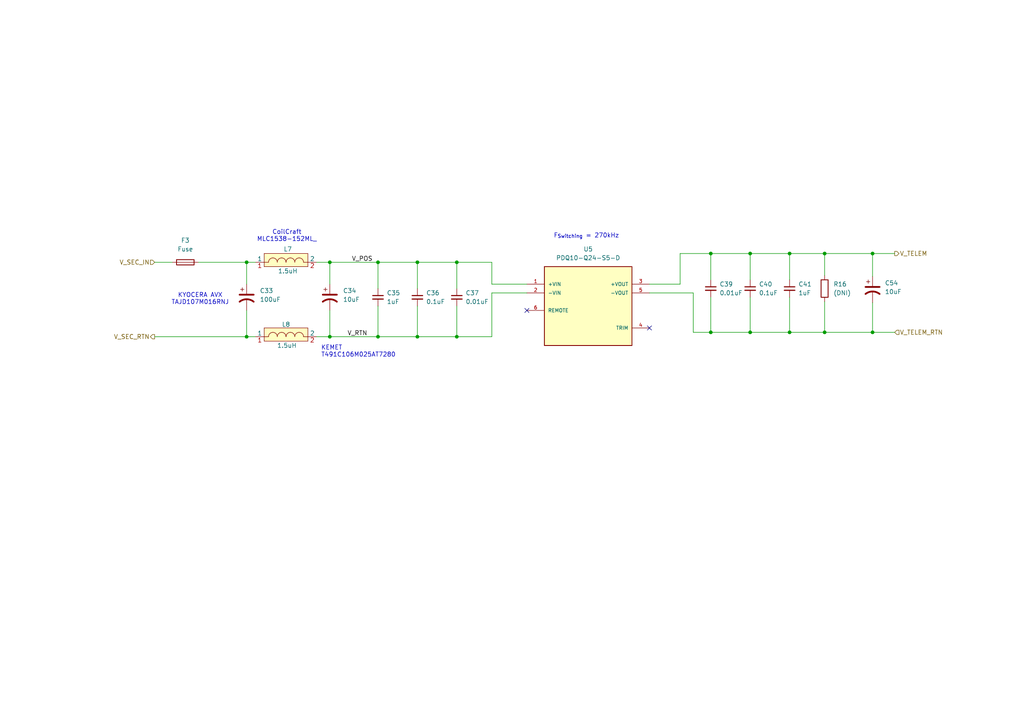
<source format=kicad_sch>
(kicad_sch
	(version 20231120)
	(generator "eeschema")
	(generator_version "8.0")
	(uuid "d485be63-d454-409f-b466-771c1b06c601")
	(paper "A4")
	(lib_symbols
		(symbol "CUI:PDQ10-Q24-S3-D"
			(pin_names
				(offset 1.016)
			)
			(exclude_from_sim no)
			(in_bom yes)
			(on_board yes)
			(property "Reference" "U"
				(at -12.725 10.1799 0)
				(effects
					(font
						(size 1.27 1.27)
					)
					(justify left bottom)
				)
			)
			(property "Value" "PDQ10-Q24-S3-D"
				(at -12.7248 -15.2698 0)
				(effects
					(font
						(size 1.27 1.27)
					)
					(justify left bottom)
				)
			)
			(property "Footprint" "PDQ10-Q24-S3-D:CONV_PDQ10-Q24-S3-D"
				(at 0 0 0)
				(effects
					(font
						(size 1.27 1.27)
					)
					(justify bottom)
					(hide yes)
				)
			)
			(property "Datasheet" ""
				(at 0 0 0)
				(effects
					(font
						(size 1.27 1.27)
					)
					(hide yes)
				)
			)
			(property "Description" ""
				(at 0 0 0)
				(effects
					(font
						(size 1.27 1.27)
					)
					(hide yes)
				)
			)
			(property "MF" "CUI Inc."
				(at 0 0 0)
				(effects
					(font
						(size 1.27 1.27)
					)
					(justify bottom)
					(hide yes)
				)
			)
			(property "Description_1" "10 W, 4:1 Input Range, Single/Dual Regulated Output, 1500 Vdc Isolation, Dc-Dc Converter"
				(at 0 0 0)
				(effects
					(font
						(size 1.27 1.27)
					)
					(justify bottom)
					(hide yes)
				)
			)
			(property "Package" "DIP-6 CUI"
				(at 0 0 0)
				(effects
					(font
						(size 1.27 1.27)
					)
					(justify bottom)
					(hide yes)
				)
			)
			(property "Price" "None"
				(at 0 0 0)
				(effects
					(font
						(size 1.27 1.27)
					)
					(justify bottom)
					(hide yes)
				)
			)
			(property "Check_prices" "https://www.snapeda.com/parts/PDQ10-Q24-S3-D/CUI/view-part/?ref=eda"
				(at 0 0 0)
				(effects
					(font
						(size 1.27 1.27)
					)
					(justify bottom)
					(hide yes)
				)
			)
			(property "STANDARD" "Manufacturer Recommendations"
				(at 0 0 0)
				(effects
					(font
						(size 1.27 1.27)
					)
					(justify bottom)
					(hide yes)
				)
			)
			(property "PARTREV" "1.0"
				(at 0 0 0)
				(effects
					(font
						(size 1.27 1.27)
					)
					(justify bottom)
					(hide yes)
				)
			)
			(property "SnapEDA_Link" "https://www.snapeda.com/parts/PDQ10-Q24-S3-D/CUI/view-part/?ref=snap"
				(at 0 0 0)
				(effects
					(font
						(size 1.27 1.27)
					)
					(justify bottom)
					(hide yes)
				)
			)
			(property "MP" "PDQ10-Q24-S3-D"
				(at 0 0 0)
				(effects
					(font
						(size 1.27 1.27)
					)
					(justify bottom)
					(hide yes)
				)
			)
			(property "CUI_purchase_URL" "https://www.cui.com/product/dc-dc-converters/isolated/pdq10-d-series?utm_source=snapeda.com&utm_medium=referral&utm_campaign=snapedaBOM"
				(at 0 0 0)
				(effects
					(font
						(size 1.27 1.27)
					)
					(justify bottom)
					(hide yes)
				)
			)
			(property "Availability" "In Stock"
				(at 0 0 0)
				(effects
					(font
						(size 1.27 1.27)
					)
					(justify bottom)
					(hide yes)
				)
			)
			(property "MANUFACTURER" "CUI Inc"
				(at 0 0 0)
				(effects
					(font
						(size 1.27 1.27)
					)
					(justify bottom)
					(hide yes)
				)
			)
			(symbol "PDQ10-Q24-S3-D_0_0"
				(rectangle
					(start -12.7 -12.7)
					(end 12.7 10.16)
					(stroke
						(width 0.254)
						(type default)
					)
					(fill
						(type background)
					)
				)
				(pin input line
					(at -17.78 5.08 0)
					(length 5.08)
					(name "+VIN"
						(effects
							(font
								(size 1.016 1.016)
							)
						)
					)
					(number "1"
						(effects
							(font
								(size 1.016 1.016)
							)
						)
					)
				)
				(pin input line
					(at -17.78 2.54 0)
					(length 5.08)
					(name "-VIN"
						(effects
							(font
								(size 1.016 1.016)
							)
						)
					)
					(number "2"
						(effects
							(font
								(size 1.016 1.016)
							)
						)
					)
				)
				(pin output line
					(at 17.78 5.08 180)
					(length 5.08)
					(name "+VOUT"
						(effects
							(font
								(size 1.016 1.016)
							)
						)
					)
					(number "3"
						(effects
							(font
								(size 1.016 1.016)
							)
						)
					)
				)
				(pin passive line
					(at 17.78 -7.62 180)
					(length 5.08)
					(name "TRIM"
						(effects
							(font
								(size 1.016 1.016)
							)
						)
					)
					(number "4"
						(effects
							(font
								(size 1.016 1.016)
							)
						)
					)
				)
				(pin output line
					(at 17.78 2.54 180)
					(length 5.08)
					(name "-VOUT"
						(effects
							(font
								(size 1.016 1.016)
							)
						)
					)
					(number "5"
						(effects
							(font
								(size 1.016 1.016)
							)
						)
					)
				)
				(pin input line
					(at -17.78 -2.54 0)
					(length 5.08)
					(name "REMOTE"
						(effects
							(font
								(size 1.016 1.016)
							)
						)
					)
					(number "6"
						(effects
							(font
								(size 1.016 1.016)
							)
						)
					)
				)
			)
		)
		(symbol "CoilCraft:MLC7542"
			(pin_names
				(offset 0)
			)
			(exclude_from_sim no)
			(in_bom yes)
			(on_board yes)
			(property "Reference" "L"
				(at 5.334 3.81 0)
				(effects
					(font
						(size 1.27 1.27)
					)
				)
			)
			(property "Value" ""
				(at 6.35 3.302 0)
				(effects
					(font
						(size 1.27 1.27)
					)
				)
			)
			(property "Footprint" ""
				(at 6.35 3.302 0)
				(effects
					(font
						(size 1.27 1.27)
					)
					(hide yes)
				)
			)
			(property "Datasheet" ""
				(at 6.35 3.302 0)
				(effects
					(font
						(size 1.27 1.27)
					)
					(hide yes)
				)
			)
			(property "Description" ""
				(at 6.35 3.302 0)
				(effects
					(font
						(size 1.27 1.27)
					)
					(hide yes)
				)
			)
			(symbol "MLC7542_0_1"
				(arc
					(start 2.54 1.27)
					(mid 1.642 0.898)
					(end 1.27 0)
					(stroke
						(width 0)
						(type default)
					)
					(fill
						(type none)
					)
				)
				(arc
					(start 3.81 0)
					(mid 3.438 0.898)
					(end 2.54 1.27)
					(stroke
						(width 0)
						(type default)
					)
					(fill
						(type none)
					)
				)
				(arc
					(start 5.08 1.27)
					(mid 4.182 0.898)
					(end 3.81 0)
					(stroke
						(width 0)
						(type default)
					)
					(fill
						(type none)
					)
				)
				(arc
					(start 6.35 0)
					(mid 5.978 0.898)
					(end 5.08 1.27)
					(stroke
						(width 0)
						(type default)
					)
					(fill
						(type none)
					)
				)
				(arc
					(start 7.62 1.27)
					(mid 6.722 0.898)
					(end 6.35 0)
					(stroke
						(width 0)
						(type default)
					)
					(fill
						(type none)
					)
				)
				(arc
					(start 8.89 0)
					(mid 8.518 0.898)
					(end 7.62 1.27)
					(stroke
						(width 0)
						(type default)
					)
					(fill
						(type none)
					)
				)
				(arc
					(start 10.16 1.27)
					(mid 9.262 0.898)
					(end 8.89 0)
					(stroke
						(width 0)
						(type default)
					)
					(fill
						(type none)
					)
				)
				(arc
					(start 11.43 0)
					(mid 11.058 0.898)
					(end 10.16 1.27)
					(stroke
						(width 0)
						(type default)
					)
					(fill
						(type none)
					)
				)
			)
			(symbol "MLC7542_1_1"
				(polyline
					(pts
						(xy 1.27 0) (xy 0 0)
					)
					(stroke
						(width 0)
						(type default)
					)
					(fill
						(type none)
					)
				)
				(polyline
					(pts
						(xy 11.43 0) (xy 12.7 0)
					)
					(stroke
						(width 0)
						(type default)
					)
					(fill
						(type none)
					)
				)
				(rectangle
					(start 0 2.54)
					(end 12.7 -1.27)
					(stroke
						(width 0)
						(type default)
					)
					(fill
						(type background)
					)
				)
				(pin bidirectional line
					(at -2.54 0 0)
					(length 2.54)
					(name "1"
						(effects
							(font
								(size 1.27 1.27)
							)
						)
					)
					(number "1"
						(effects
							(font
								(size 1.27 1.27)
							)
						)
					)
				)
				(pin bidirectional line
					(at 15.24 0 180)
					(length 2.54)
					(name "2"
						(effects
							(font
								(size 1.27 1.27)
							)
						)
					)
					(number "2"
						(effects
							(font
								(size 1.27 1.27)
							)
						)
					)
				)
			)
		)
		(symbol "Device:C_Polarized_US"
			(pin_numbers hide)
			(pin_names
				(offset 0.254) hide)
			(exclude_from_sim no)
			(in_bom yes)
			(on_board yes)
			(property "Reference" "C"
				(at 0.635 2.54 0)
				(effects
					(font
						(size 1.27 1.27)
					)
					(justify left)
				)
			)
			(property "Value" "C_Polarized_US"
				(at 0.635 -2.54 0)
				(effects
					(font
						(size 1.27 1.27)
					)
					(justify left)
				)
			)
			(property "Footprint" ""
				(at 0 0 0)
				(effects
					(font
						(size 1.27 1.27)
					)
					(hide yes)
				)
			)
			(property "Datasheet" "~"
				(at 0 0 0)
				(effects
					(font
						(size 1.27 1.27)
					)
					(hide yes)
				)
			)
			(property "Description" "Polarized capacitor, US symbol"
				(at 0 0 0)
				(effects
					(font
						(size 1.27 1.27)
					)
					(hide yes)
				)
			)
			(property "ki_keywords" "cap capacitor"
				(at 0 0 0)
				(effects
					(font
						(size 1.27 1.27)
					)
					(hide yes)
				)
			)
			(property "ki_fp_filters" "CP_*"
				(at 0 0 0)
				(effects
					(font
						(size 1.27 1.27)
					)
					(hide yes)
				)
			)
			(symbol "C_Polarized_US_0_1"
				(polyline
					(pts
						(xy -2.032 0.762) (xy 2.032 0.762)
					)
					(stroke
						(width 0.508)
						(type default)
					)
					(fill
						(type none)
					)
				)
				(polyline
					(pts
						(xy -1.778 2.286) (xy -0.762 2.286)
					)
					(stroke
						(width 0)
						(type default)
					)
					(fill
						(type none)
					)
				)
				(polyline
					(pts
						(xy -1.27 1.778) (xy -1.27 2.794)
					)
					(stroke
						(width 0)
						(type default)
					)
					(fill
						(type none)
					)
				)
				(arc
					(start 2.032 -1.27)
					(mid 0 -0.5572)
					(end -2.032 -1.27)
					(stroke
						(width 0.508)
						(type default)
					)
					(fill
						(type none)
					)
				)
			)
			(symbol "C_Polarized_US_1_1"
				(pin passive line
					(at 0 3.81 270)
					(length 2.794)
					(name "~"
						(effects
							(font
								(size 1.27 1.27)
							)
						)
					)
					(number "1"
						(effects
							(font
								(size 1.27 1.27)
							)
						)
					)
				)
				(pin passive line
					(at 0 -3.81 90)
					(length 3.302)
					(name "~"
						(effects
							(font
								(size 1.27 1.27)
							)
						)
					)
					(number "2"
						(effects
							(font
								(size 1.27 1.27)
							)
						)
					)
				)
			)
		)
		(symbol "Device:C_Small"
			(pin_numbers hide)
			(pin_names
				(offset 0.254) hide)
			(exclude_from_sim no)
			(in_bom yes)
			(on_board yes)
			(property "Reference" "C"
				(at 0.254 1.778 0)
				(effects
					(font
						(size 1.27 1.27)
					)
					(justify left)
				)
			)
			(property "Value" "C_Small"
				(at 0.254 -2.032 0)
				(effects
					(font
						(size 1.27 1.27)
					)
					(justify left)
				)
			)
			(property "Footprint" ""
				(at 0 0 0)
				(effects
					(font
						(size 1.27 1.27)
					)
					(hide yes)
				)
			)
			(property "Datasheet" "~"
				(at 0 0 0)
				(effects
					(font
						(size 1.27 1.27)
					)
					(hide yes)
				)
			)
			(property "Description" "Unpolarized capacitor, small symbol"
				(at 0 0 0)
				(effects
					(font
						(size 1.27 1.27)
					)
					(hide yes)
				)
			)
			(property "ki_keywords" "capacitor cap"
				(at 0 0 0)
				(effects
					(font
						(size 1.27 1.27)
					)
					(hide yes)
				)
			)
			(property "ki_fp_filters" "C_*"
				(at 0 0 0)
				(effects
					(font
						(size 1.27 1.27)
					)
					(hide yes)
				)
			)
			(symbol "C_Small_0_1"
				(polyline
					(pts
						(xy -1.524 -0.508) (xy 1.524 -0.508)
					)
					(stroke
						(width 0.3302)
						(type default)
					)
					(fill
						(type none)
					)
				)
				(polyline
					(pts
						(xy -1.524 0.508) (xy 1.524 0.508)
					)
					(stroke
						(width 0.3048)
						(type default)
					)
					(fill
						(type none)
					)
				)
			)
			(symbol "C_Small_1_1"
				(pin passive line
					(at 0 2.54 270)
					(length 2.032)
					(name "~"
						(effects
							(font
								(size 1.27 1.27)
							)
						)
					)
					(number "1"
						(effects
							(font
								(size 1.27 1.27)
							)
						)
					)
				)
				(pin passive line
					(at 0 -2.54 90)
					(length 2.032)
					(name "~"
						(effects
							(font
								(size 1.27 1.27)
							)
						)
					)
					(number "2"
						(effects
							(font
								(size 1.27 1.27)
							)
						)
					)
				)
			)
		)
		(symbol "Device:Fuse"
			(pin_numbers hide)
			(pin_names
				(offset 0)
			)
			(exclude_from_sim no)
			(in_bom yes)
			(on_board yes)
			(property "Reference" "F"
				(at 2.032 0 90)
				(effects
					(font
						(size 1.27 1.27)
					)
				)
			)
			(property "Value" "Fuse"
				(at -1.905 0 90)
				(effects
					(font
						(size 1.27 1.27)
					)
				)
			)
			(property "Footprint" ""
				(at -1.778 0 90)
				(effects
					(font
						(size 1.27 1.27)
					)
					(hide yes)
				)
			)
			(property "Datasheet" "~"
				(at 0 0 0)
				(effects
					(font
						(size 1.27 1.27)
					)
					(hide yes)
				)
			)
			(property "Description" "Fuse"
				(at 0 0 0)
				(effects
					(font
						(size 1.27 1.27)
					)
					(hide yes)
				)
			)
			(property "ki_keywords" "fuse"
				(at 0 0 0)
				(effects
					(font
						(size 1.27 1.27)
					)
					(hide yes)
				)
			)
			(property "ki_fp_filters" "*Fuse*"
				(at 0 0 0)
				(effects
					(font
						(size 1.27 1.27)
					)
					(hide yes)
				)
			)
			(symbol "Fuse_0_1"
				(rectangle
					(start -0.762 -2.54)
					(end 0.762 2.54)
					(stroke
						(width 0.254)
						(type default)
					)
					(fill
						(type none)
					)
				)
				(polyline
					(pts
						(xy 0 2.54) (xy 0 -2.54)
					)
					(stroke
						(width 0)
						(type default)
					)
					(fill
						(type none)
					)
				)
			)
			(symbol "Fuse_1_1"
				(pin passive line
					(at 0 3.81 270)
					(length 1.27)
					(name "~"
						(effects
							(font
								(size 1.27 1.27)
							)
						)
					)
					(number "1"
						(effects
							(font
								(size 1.27 1.27)
							)
						)
					)
				)
				(pin passive line
					(at 0 -3.81 90)
					(length 1.27)
					(name "~"
						(effects
							(font
								(size 1.27 1.27)
							)
						)
					)
					(number "2"
						(effects
							(font
								(size 1.27 1.27)
							)
						)
					)
				)
			)
		)
		(symbol "Device:R"
			(pin_numbers hide)
			(pin_names
				(offset 0)
			)
			(exclude_from_sim no)
			(in_bom yes)
			(on_board yes)
			(property "Reference" "R"
				(at 2.032 0 90)
				(effects
					(font
						(size 1.27 1.27)
					)
				)
			)
			(property "Value" "R"
				(at 0 0 90)
				(effects
					(font
						(size 1.27 1.27)
					)
				)
			)
			(property "Footprint" ""
				(at -1.778 0 90)
				(effects
					(font
						(size 1.27 1.27)
					)
					(hide yes)
				)
			)
			(property "Datasheet" "~"
				(at 0 0 0)
				(effects
					(font
						(size 1.27 1.27)
					)
					(hide yes)
				)
			)
			(property "Description" "Resistor"
				(at 0 0 0)
				(effects
					(font
						(size 1.27 1.27)
					)
					(hide yes)
				)
			)
			(property "ki_keywords" "R res resistor"
				(at 0 0 0)
				(effects
					(font
						(size 1.27 1.27)
					)
					(hide yes)
				)
			)
			(property "ki_fp_filters" "R_*"
				(at 0 0 0)
				(effects
					(font
						(size 1.27 1.27)
					)
					(hide yes)
				)
			)
			(symbol "R_0_1"
				(rectangle
					(start -1.016 -2.54)
					(end 1.016 2.54)
					(stroke
						(width 0.254)
						(type default)
					)
					(fill
						(type none)
					)
				)
			)
			(symbol "R_1_1"
				(pin passive line
					(at 0 3.81 270)
					(length 1.27)
					(name "~"
						(effects
							(font
								(size 1.27 1.27)
							)
						)
					)
					(number "1"
						(effects
							(font
								(size 1.27 1.27)
							)
						)
					)
				)
				(pin passive line
					(at 0 -3.81 90)
					(length 1.27)
					(name "~"
						(effects
							(font
								(size 1.27 1.27)
							)
						)
					)
					(number "2"
						(effects
							(font
								(size 1.27 1.27)
							)
						)
					)
				)
			)
		)
	)
	(junction
		(at 95.6613 76.0735)
		(diameter 0)
		(color 0 0 0 0)
		(uuid "15f1c61b-f007-4db0-9663-9035e3d6b2de")
	)
	(junction
		(at 132.4913 76.0735)
		(diameter 0)
		(color 0 0 0 0)
		(uuid "1931911d-19f6-4b10-9fed-6aa565ed693e")
	)
	(junction
		(at 217.5813 73.5335)
		(diameter 0)
		(color 0 0 0 0)
		(uuid "1a99540e-df5f-4c33-ab10-eacdaee6c4c0")
	)
	(junction
		(at 121.0613 76.0735)
		(diameter 0)
		(color 0 0 0 0)
		(uuid "21e41592-ea03-4b2b-bbf0-39f1c9771493")
	)
	(junction
		(at 206.1513 96.3935)
		(diameter 0)
		(color 0 0 0 0)
		(uuid "2cfdffa4-d4bd-43d9-95bd-74ecf1c099fe")
	)
	(junction
		(at 109.6313 76.0735)
		(diameter 0)
		(color 0 0 0 0)
		(uuid "3ea2c020-9046-487c-903f-a9d56cebb47b")
	)
	(junction
		(at 229.0113 73.5335)
		(diameter 0)
		(color 0 0 0 0)
		(uuid "495aab7b-e96e-4a92-8046-d57e59febaca")
	)
	(junction
		(at 132.4913 97.6635)
		(diameter 0)
		(color 0 0 0 0)
		(uuid "6591eb28-be11-468d-8646-da3adf7f385d")
	)
	(junction
		(at 229.0113 96.3935)
		(diameter 0)
		(color 0 0 0 0)
		(uuid "6cfda426-a3c7-4baf-af72-a55895a82f2f")
	)
	(junction
		(at 121.0613 97.6635)
		(diameter 0)
		(color 0 0 0 0)
		(uuid "6efc52a3-8315-4eb4-8664-a00fdcc53592")
	)
	(junction
		(at 253.0764 73.5335)
		(diameter 0)
		(color 0 0 0 0)
		(uuid "77c41c60-6b99-4b3b-88c0-45538294e847")
	)
	(junction
		(at 95.6613 97.6635)
		(diameter 0)
		(color 0 0 0 0)
		(uuid "87dc718a-52ce-4bc2-9913-fc930eeb8667")
	)
	(junction
		(at 217.5813 96.3935)
		(diameter 0)
		(color 0 0 0 0)
		(uuid "a6c50f04-058d-421b-bcdb-ec689f1e6b61")
	)
	(junction
		(at 71.5313 97.6635)
		(diameter 0)
		(color 0 0 0 0)
		(uuid "a912349e-be23-4c9c-a17c-d250914c4c6f")
	)
	(junction
		(at 253.0764 96.3935)
		(diameter 0)
		(color 0 0 0 0)
		(uuid "c4066333-9c90-4789-97d8-842a002e9eac")
	)
	(junction
		(at 239.1713 73.5335)
		(diameter 0)
		(color 0 0 0 0)
		(uuid "ce9f212d-1502-48c9-959c-5aa52e77d544")
	)
	(junction
		(at 109.6313 97.6635)
		(diameter 0)
		(color 0 0 0 0)
		(uuid "dd3ca209-6d22-47bf-85c6-1b9796745546")
	)
	(junction
		(at 239.1713 96.3935)
		(diameter 0)
		(color 0 0 0 0)
		(uuid "e7c725ce-062e-4082-9cf8-ecd60f9d902b")
	)
	(junction
		(at 71.5313 76.0735)
		(diameter 0)
		(color 0 0 0 0)
		(uuid "eb4a3a55-c60f-454e-a3cd-64ab65052192")
	)
	(junction
		(at 206.1513 73.5335)
		(diameter 0)
		(color 0 0 0 0)
		(uuid "eb6af707-f1fa-43df-a6c3-39fb65786db1")
	)
	(no_connect
		(at 152.8113 90.0435)
		(uuid "26285654-0551-4f34-8aaa-13ca082050c5")
	)
	(no_connect
		(at 188.3713 95.1235)
		(uuid "b53c130a-2490-4591-935e-b1abad1a547d")
	)
	(wire
		(pts
			(xy 44.8613 76.0735) (xy 49.9413 76.0735)
		)
		(stroke
			(width 0)
			(type default)
		)
		(uuid "019a16b3-3600-45ea-a89c-e3b79eb6ab23")
	)
	(wire
		(pts
			(xy 239.1713 73.5335) (xy 253.0764 73.5335)
		)
		(stroke
			(width 0)
			(type default)
		)
		(uuid "01b007e2-2992-4228-9649-400261622e38")
	)
	(wire
		(pts
			(xy 239.1713 73.5335) (xy 239.1713 79.8835)
		)
		(stroke
			(width 0)
			(type default)
		)
		(uuid "01cc118f-3e45-4832-9b89-c6ab0ffdd4bf")
	)
	(wire
		(pts
			(xy 201.0713 84.9635) (xy 201.0713 96.3935)
		)
		(stroke
			(width 0)
			(type default)
		)
		(uuid "0bcad77e-6d7a-4811-ab81-4951f1b61b1a")
	)
	(wire
		(pts
			(xy 201.0713 96.3935) (xy 206.1513 96.3935)
		)
		(stroke
			(width 0)
			(type default)
		)
		(uuid "17254fc4-c51b-45e7-a6fd-2f9b951729df")
	)
	(wire
		(pts
			(xy 71.5313 97.6635) (xy 74.0713 97.6635)
		)
		(stroke
			(width 0)
			(type default)
		)
		(uuid "1becafee-a6b2-4f1a-8471-47272cff326a")
	)
	(wire
		(pts
			(xy 217.5813 86.2335) (xy 217.5813 96.3935)
		)
		(stroke
			(width 0)
			(type default)
		)
		(uuid "1c4eba09-1d46-4e98-8fde-537f53a40b1e")
	)
	(wire
		(pts
			(xy 142.6513 97.6635) (xy 132.4913 97.6635)
		)
		(stroke
			(width 0)
			(type default)
		)
		(uuid "246bdc27-a044-4506-8ad4-4b290badd4f0")
	)
	(wire
		(pts
			(xy 71.5313 76.0735) (xy 71.5313 82.4235)
		)
		(stroke
			(width 0)
			(type default)
		)
		(uuid "29628b3b-4e0d-411c-ad72-edfcbd842067")
	)
	(wire
		(pts
			(xy 217.5813 73.5335) (xy 229.0113 73.5335)
		)
		(stroke
			(width 0)
			(type default)
		)
		(uuid "2b48fbf1-81d9-460b-9bc5-f2f901758056")
	)
	(wire
		(pts
			(xy 71.5313 90.0435) (xy 71.5313 97.6635)
		)
		(stroke
			(width 0)
			(type default)
		)
		(uuid "2b6cc7ac-f7a8-4d46-a68a-fdc91338e36e")
	)
	(wire
		(pts
			(xy 121.0613 97.6635) (xy 109.6313 97.6635)
		)
		(stroke
			(width 0)
			(type default)
		)
		(uuid "343e0a62-904d-42d5-bc97-93c8a2c8dc1d")
	)
	(wire
		(pts
			(xy 57.5613 76.0735) (xy 71.5313 76.0735)
		)
		(stroke
			(width 0)
			(type default)
		)
		(uuid "350d598f-b196-458c-b86f-c2bbb6dc1161")
	)
	(wire
		(pts
			(xy 121.0613 88.7735) (xy 121.0613 97.6635)
		)
		(stroke
			(width 0)
			(type default)
		)
		(uuid "36ead532-8aa8-4e1c-b010-93c3c44a9c24")
	)
	(wire
		(pts
			(xy 121.0613 76.0735) (xy 121.0613 83.6935)
		)
		(stroke
			(width 0)
			(type default)
		)
		(uuid "379e8d39-34f7-4124-a379-960a29bfe494")
	)
	(wire
		(pts
			(xy 132.4913 76.0735) (xy 142.6513 76.0735)
		)
		(stroke
			(width 0)
			(type default)
		)
		(uuid "3d0b4704-d284-41b8-a8ad-7e8bfc24ccfa")
	)
	(wire
		(pts
			(xy 253.0764 87.7974) (xy 253.0764 96.3935)
		)
		(stroke
			(width 0)
			(type default)
		)
		(uuid "3d4f3e5f-4ef6-48dd-8f75-63bc9c382d6b")
	)
	(wire
		(pts
			(xy 206.1513 86.2335) (xy 206.1513 96.3935)
		)
		(stroke
			(width 0)
			(type default)
		)
		(uuid "3de34ff6-6b56-46de-b8ae-d7be0da96ebf")
	)
	(wire
		(pts
			(xy 239.1713 96.3935) (xy 253.0764 96.3935)
		)
		(stroke
			(width 0)
			(type default)
		)
		(uuid "47f3913f-92f1-4175-b909-5d7eaee53332")
	)
	(wire
		(pts
			(xy 197.2613 82.4235) (xy 188.3713 82.4235)
		)
		(stroke
			(width 0)
			(type default)
		)
		(uuid "482e18cd-3ddf-4e7c-9e8e-911a83536239")
	)
	(wire
		(pts
			(xy 132.4913 97.6635) (xy 121.0613 97.6635)
		)
		(stroke
			(width 0)
			(type default)
		)
		(uuid "521921df-e9c0-4b85-b05e-9905ba75be97")
	)
	(wire
		(pts
			(xy 95.6613 76.0735) (xy 109.6313 76.0735)
		)
		(stroke
			(width 0)
			(type default)
		)
		(uuid "52c056cf-6638-467f-a407-ec963f38d14f")
	)
	(wire
		(pts
			(xy 229.0113 86.2335) (xy 229.0113 96.3935)
		)
		(stroke
			(width 0)
			(type default)
		)
		(uuid "53150428-07f7-45d2-94c7-6c487afe51a8")
	)
	(wire
		(pts
			(xy 229.0113 73.5335) (xy 229.0113 81.1535)
		)
		(stroke
			(width 0)
			(type default)
		)
		(uuid "57a3e66a-e503-4eda-9f89-237aa8819a6e")
	)
	(wire
		(pts
			(xy 109.6313 76.0735) (xy 121.0613 76.0735)
		)
		(stroke
			(width 0)
			(type default)
		)
		(uuid "65124e41-451a-49eb-bd02-f301c5dec100")
	)
	(wire
		(pts
			(xy 217.5813 96.3935) (xy 229.0113 96.3935)
		)
		(stroke
			(width 0)
			(type default)
		)
		(uuid "6651f434-fc82-4ce7-aa6f-05eaa1fe403d")
	)
	(wire
		(pts
			(xy 132.4913 88.7735) (xy 132.4913 97.6635)
		)
		(stroke
			(width 0)
			(type default)
		)
		(uuid "69303c48-9ac2-40d1-be57-e8245fc53b6a")
	)
	(wire
		(pts
			(xy 239.1713 87.5035) (xy 239.1713 96.3935)
		)
		(stroke
			(width 0)
			(type default)
		)
		(uuid "69552ae4-0f5e-4c04-aec2-fd467ee234a7")
	)
	(wire
		(pts
			(xy 253.0764 73.5335) (xy 259.4913 73.5335)
		)
		(stroke
			(width 0)
			(type default)
		)
		(uuid "6a0eab01-b8b2-419f-a373-d1d70c7a222b")
	)
	(wire
		(pts
			(xy 142.6513 76.0735) (xy 142.6513 82.4235)
		)
		(stroke
			(width 0)
			(type default)
		)
		(uuid "76d42b0a-2b90-4d24-8fcf-ab207f736592")
	)
	(wire
		(pts
			(xy 44.8613 97.6635) (xy 71.5313 97.6635)
		)
		(stroke
			(width 0)
			(type default)
		)
		(uuid "83e0c48c-1da7-4c53-9ded-285e34270922")
	)
	(wire
		(pts
			(xy 95.6613 97.6635) (xy 91.8513 97.6635)
		)
		(stroke
			(width 0)
			(type default)
		)
		(uuid "8758609d-76a1-491a-b1f0-018f354edcb1")
	)
	(wire
		(pts
			(xy 142.6513 84.9635) (xy 152.8113 84.9635)
		)
		(stroke
			(width 0)
			(type default)
		)
		(uuid "94ed5e93-ad78-4749-ab5e-8f496c9914aa")
	)
	(wire
		(pts
			(xy 188.3713 84.9635) (xy 201.0713 84.9635)
		)
		(stroke
			(width 0)
			(type default)
		)
		(uuid "96d0ff46-6b4c-45c5-8254-3514f0f2b128")
	)
	(wire
		(pts
			(xy 253.0764 80.1774) (xy 253.0764 73.5335)
		)
		(stroke
			(width 0)
			(type default)
		)
		(uuid "a0024bf5-e23a-4d60-a42e-a1ff4c1c2673")
	)
	(wire
		(pts
			(xy 197.2613 73.5335) (xy 197.2613 82.4235)
		)
		(stroke
			(width 0)
			(type default)
		)
		(uuid "a0ca7681-6d45-462a-8af3-5a295d90fe85")
	)
	(wire
		(pts
			(xy 95.6613 82.4235) (xy 95.6613 76.0735)
		)
		(stroke
			(width 0)
			(type default)
		)
		(uuid "a2279dca-ccd5-4058-80db-c10c09dcb4d6")
	)
	(wire
		(pts
			(xy 109.6313 88.7735) (xy 109.6313 97.6635)
		)
		(stroke
			(width 0)
			(type default)
		)
		(uuid "a2c87a58-5a1b-4575-a361-01c86f51785e")
	)
	(wire
		(pts
			(xy 95.6613 76.0735) (xy 91.8513 76.0735)
		)
		(stroke
			(width 0)
			(type default)
		)
		(uuid "a7bb4708-74d8-4bc6-8e8b-1ecc7641e99c")
	)
	(wire
		(pts
			(xy 206.1513 73.5335) (xy 206.1513 81.1535)
		)
		(stroke
			(width 0)
			(type default)
		)
		(uuid "a89a71cc-1cde-43e1-9140-77d70f6dccd1")
	)
	(wire
		(pts
			(xy 132.4913 76.0735) (xy 132.4913 83.6935)
		)
		(stroke
			(width 0)
			(type default)
		)
		(uuid "a90b4fed-6c84-4f3e-831d-efaab841c211")
	)
	(wire
		(pts
			(xy 253.0764 96.3935) (xy 259.4913 96.3935)
		)
		(stroke
			(width 0)
			(type default)
		)
		(uuid "b9f93dd3-2d3c-4c3f-9ac8-ce7039606c22")
	)
	(wire
		(pts
			(xy 197.2613 73.5335) (xy 206.1513 73.5335)
		)
		(stroke
			(width 0)
			(type default)
		)
		(uuid "beeb4f6a-b166-4ac2-aad7-a0acab0bd685")
	)
	(wire
		(pts
			(xy 229.0113 73.5335) (xy 239.1713 73.5335)
		)
		(stroke
			(width 0)
			(type default)
		)
		(uuid "cedf7e1d-d427-406a-89eb-b8e2d83bb67d")
	)
	(wire
		(pts
			(xy 229.0113 96.3935) (xy 239.1713 96.3935)
		)
		(stroke
			(width 0)
			(type default)
		)
		(uuid "cf6901a0-ae48-4deb-9aaa-75a499533fd7")
	)
	(wire
		(pts
			(xy 71.5313 76.0735) (xy 74.0713 76.0735)
		)
		(stroke
			(width 0)
			(type default)
		)
		(uuid "d3d5a4c1-6ac5-434b-83a0-469bf298ad64")
	)
	(wire
		(pts
			(xy 95.6613 90.0435) (xy 95.6613 97.6635)
		)
		(stroke
			(width 0)
			(type default)
		)
		(uuid "d3fe32f0-c1ca-4f55-9717-ab5742278991")
	)
	(wire
		(pts
			(xy 206.1513 73.5335) (xy 217.5813 73.5335)
		)
		(stroke
			(width 0)
			(type default)
		)
		(uuid "e52cb2e0-6a71-4ac9-a2a4-a30c33504edd")
	)
	(wire
		(pts
			(xy 142.6513 82.4235) (xy 152.8113 82.4235)
		)
		(stroke
			(width 0)
			(type default)
		)
		(uuid "e589a4db-a127-4178-b377-fc9b33f84a64")
	)
	(wire
		(pts
			(xy 142.6513 84.9635) (xy 142.6513 97.6635)
		)
		(stroke
			(width 0)
			(type default)
		)
		(uuid "e85619b5-d728-40a9-ad22-1015400d7c1d")
	)
	(wire
		(pts
			(xy 121.0613 76.0735) (xy 132.4913 76.0735)
		)
		(stroke
			(width 0)
			(type default)
		)
		(uuid "e99d8aad-8a4b-4091-bb4f-9e624988b366")
	)
	(wire
		(pts
			(xy 217.5813 73.5335) (xy 217.5813 81.1535)
		)
		(stroke
			(width 0)
			(type default)
		)
		(uuid "eb22d16c-f87d-47e5-8a55-e1475c83faf2")
	)
	(wire
		(pts
			(xy 206.1513 96.3935) (xy 217.5813 96.3935)
		)
		(stroke
			(width 0)
			(type default)
		)
		(uuid "ee10db0f-710c-46d6-93a7-a70e596fbf09")
	)
	(wire
		(pts
			(xy 109.6313 76.0735) (xy 109.6313 83.6935)
		)
		(stroke
			(width 0)
			(type default)
		)
		(uuid "eeea38b6-7a88-499e-99b3-97e124cbea8a")
	)
	(wire
		(pts
			(xy 109.6313 97.6635) (xy 95.6613 97.6635)
		)
		(stroke
			(width 0)
			(type default)
		)
		(uuid "fae9be11-b1db-4ca9-b43e-af002755828f")
	)
	(text "KYOCERA AVX\nTAJD107M016RNJ"
		(exclude_from_sim no)
		(at 58.0693 86.7415 0)
		(effects
			(font
				(size 1.27 1.27)
			)
		)
		(uuid "765ca2a3-58c6-4aac-8135-b4d819443c6b")
	)
	(text "F_{Switching} = 270kHz"
		(exclude_from_sim no)
		(at 170.0833 68.4535 0)
		(effects
			(font
				(size 1.27 1.27)
			)
		)
		(uuid "772cfd95-2920-473e-839b-9c7a7fa05862")
	)
	(text "CoilCraft\nMLC1538-152ML_"
		(exclude_from_sim no)
		(at 83.2153 68.4535 0)
		(effects
			(font
				(size 1.27 1.27)
			)
		)
		(uuid "9c1a5ed8-0ed6-42ae-8dcc-1d91313bd6c9")
	)
	(text "KEMET\nT491C106M025AT7280"
		(exclude_from_sim no)
		(at 93.1213 101.9815 0)
		(effects
			(font
				(size 1.27 1.27)
			)
			(justify left)
		)
		(uuid "fa8c41e4-a061-4396-b415-e7a564b89575")
	)
	(label "V_POS"
		(at 102.0113 76.0735 0)
		(fields_autoplaced yes)
		(effects
			(font
				(size 1.27 1.27)
			)
			(justify left bottom)
		)
		(uuid "8560e874-1451-4366-91fe-1e9570d10fd9")
	)
	(label "V_RTN"
		(at 100.7413 97.6635 0)
		(fields_autoplaced yes)
		(effects
			(font
				(size 1.27 1.27)
			)
			(justify left bottom)
		)
		(uuid "d7948bf0-13fe-4de5-a3db-ad05b549bd1e")
	)
	(hierarchical_label "V_TELEM"
		(shape output)
		(at 259.4913 73.5335 0)
		(fields_autoplaced yes)
		(effects
			(font
				(size 1.27 1.27)
			)
			(justify left)
		)
		(uuid "35ebf43e-d1f3-4fe3-b106-a0e62079bf52")
	)
	(hierarchical_label "V_SEC_RTN"
		(shape output)
		(at 44.8613 97.6635 180)
		(fields_autoplaced yes)
		(effects
			(font
				(size 1.27 1.27)
			)
			(justify right)
		)
		(uuid "5356b2c7-044d-4a21-bae1-cdc1ea7c076e")
	)
	(hierarchical_label "V_TELEM_RTN"
		(shape input)
		(at 259.4913 96.3935 0)
		(fields_autoplaced yes)
		(effects
			(font
				(size 1.27 1.27)
			)
			(justify left)
		)
		(uuid "c6849da8-34ac-4b31-a9d1-c999d9ceb4f7")
	)
	(hierarchical_label "V_SEC_IN"
		(shape input)
		(at 44.8613 76.0735 180)
		(fields_autoplaced yes)
		(effects
			(font
				(size 1.27 1.27)
			)
			(justify right)
		)
		(uuid "eaed7bf6-63a5-4858-84e8-82ec2aa90396")
	)
	(symbol
		(lib_id "Device:Fuse")
		(at 53.7513 76.0735 90)
		(unit 1)
		(exclude_from_sim no)
		(in_bom yes)
		(on_board yes)
		(dnp no)
		(fields_autoplaced yes)
		(uuid "002a3734-12b5-4e95-a58a-4d732a2f43ef")
		(property "Reference" "F3"
			(at 53.7513 69.7235 90)
			(effects
				(font
					(size 1.27 1.27)
				)
			)
		)
		(property "Value" "Fuse"
			(at 53.7513 72.2635 90)
			(effects
				(font
					(size 1.27 1.27)
				)
			)
		)
		(property "Footprint" "Resistor_SMD:R_0603_1608Metric"
			(at 53.7513 77.8515 90)
			(effects
				(font
					(size 1.27 1.27)
				)
				(hide yes)
			)
		)
		(property "Datasheet" "~"
			(at 53.7513 76.0735 0)
			(effects
				(font
					(size 1.27 1.27)
				)
				(hide yes)
			)
		)
		(property "Description" "Fuse"
			(at 53.7513 76.0735 0)
			(effects
				(font
					(size 1.27 1.27)
				)
				(hide yes)
			)
		)
		(pin "2"
			(uuid "325e0302-a844-4b75-8f5f-2fe0ab45af7d")
		)
		(pin "1"
			(uuid "ba549142-ef56-47bf-a68c-8d5364cdddc0")
		)
		(instances
			(project "TPC_COLD_Charge_Pre-AMP"
				(path "/8872ae30-0c8f-44d7-9c5d-f8ffe57ea57b/13c7728d-9b35-4624-92b9-ab488f9fb9ae"
					(reference "F3")
					(unit 1)
				)
				(path "/8872ae30-0c8f-44d7-9c5d-f8ffe57ea57b/1e9a8f63-a6fd-4876-9c5f-f0aee9989aae"
					(reference "F4")
					(unit 1)
				)
			)
		)
	)
	(symbol
		(lib_id "Device:C_Small")
		(at 109.6313 86.2335 0)
		(unit 1)
		(exclude_from_sim no)
		(in_bom yes)
		(on_board yes)
		(dnp no)
		(fields_autoplaced yes)
		(uuid "2602c922-59ee-4871-a8b1-6e3abcc9966c")
		(property "Reference" "C35"
			(at 112.1713 84.9697 0)
			(effects
				(font
					(size 1.27 1.27)
				)
				(justify left)
			)
		)
		(property "Value" "1uF"
			(at 112.1713 87.5097 0)
			(effects
				(font
					(size 1.27 1.27)
				)
				(justify left)
			)
		)
		(property "Footprint" "Capacitor_SMD:C_0603_1608Metric"
			(at 109.6313 86.2335 0)
			(effects
				(font
					(size 1.27 1.27)
				)
				(hide yes)
			)
		)
		(property "Datasheet" "~"
			(at 109.6313 86.2335 0)
			(effects
				(font
					(size 1.27 1.27)
				)
				(hide yes)
			)
		)
		(property "Description" "Unpolarized capacitor, small symbol"
			(at 109.6313 86.2335 0)
			(effects
				(font
					(size 1.27 1.27)
				)
				(hide yes)
			)
		)
		(pin "2"
			(uuid "58318a83-0f9d-40e5-8f77-ae1c8e2096b9")
		)
		(pin "1"
			(uuid "dccc2e8c-0a23-4ce2-bf07-e477548f895f")
		)
		(instances
			(project "TPC_COLD_Charge_Pre-AMP"
				(path "/8872ae30-0c8f-44d7-9c5d-f8ffe57ea57b/13c7728d-9b35-4624-92b9-ab488f9fb9ae"
					(reference "C35")
					(unit 1)
				)
				(path "/8872ae30-0c8f-44d7-9c5d-f8ffe57ea57b/1e9a8f63-a6fd-4876-9c5f-f0aee9989aae"
					(reference "C56")
					(unit 1)
				)
			)
		)
	)
	(symbol
		(lib_id "CoilCraft:MLC7542")
		(at 76.6113 97.6635 0)
		(unit 1)
		(exclude_from_sim no)
		(in_bom yes)
		(on_board yes)
		(dnp no)
		(uuid "3ebdd6a5-cce3-4cab-91ff-736c1537262b")
		(property "Reference" "L8"
			(at 82.9613 94.1075 0)
			(effects
				(font
					(size 1.27 1.27)
				)
			)
		)
		(property "Value" "1.5uH"
			(at 83.2153 100.2035 0)
			(effects
				(font
					(size 1.27 1.27)
				)
			)
		)
		(property "Footprint" "CoilCraft:MLC1538-"
			(at 82.9613 94.3615 0)
			(effects
				(font
					(size 1.27 1.27)
				)
				(hide yes)
			)
		)
		(property "Datasheet" ""
			(at 82.9613 94.3615 0)
			(effects
				(font
					(size 1.27 1.27)
				)
				(hide yes)
			)
		)
		(property "Description" ""
			(at 82.9613 94.3615 0)
			(effects
				(font
					(size 1.27 1.27)
				)
				(hide yes)
			)
		)
		(pin "2"
			(uuid "9f4f30eb-67ef-4747-a40e-015f62f6f339")
		)
		(pin "1"
			(uuid "3b9e5ee9-c5f4-40b2-9715-fbfcb83cf2ec")
		)
		(instances
			(project "TPC_COLD_Charge_Pre-AMP"
				(path "/8872ae30-0c8f-44d7-9c5d-f8ffe57ea57b/13c7728d-9b35-4624-92b9-ab488f9fb9ae"
					(reference "L8")
					(unit 1)
				)
				(path "/8872ae30-0c8f-44d7-9c5d-f8ffe57ea57b/1e9a8f63-a6fd-4876-9c5f-f0aee9989aae"
					(reference "L10")
					(unit 1)
				)
			)
		)
	)
	(symbol
		(lib_id "Device:C_Small")
		(at 121.0613 86.2335 0)
		(unit 1)
		(exclude_from_sim no)
		(in_bom yes)
		(on_board yes)
		(dnp no)
		(fields_autoplaced yes)
		(uuid "4fb8b367-9952-494e-bca8-e895050fcf0b")
		(property "Reference" "C36"
			(at 123.6013 84.9697 0)
			(effects
				(font
					(size 1.27 1.27)
				)
				(justify left)
			)
		)
		(property "Value" "0.1uF"
			(at 123.6013 87.5097 0)
			(effects
				(font
					(size 1.27 1.27)
				)
				(justify left)
			)
		)
		(property "Footprint" "Capacitor_SMD:C_0603_1608Metric"
			(at 121.0613 86.2335 0)
			(effects
				(font
					(size 1.27 1.27)
				)
				(hide yes)
			)
		)
		(property "Datasheet" "~"
			(at 121.0613 86.2335 0)
			(effects
				(font
					(size 1.27 1.27)
				)
				(hide yes)
			)
		)
		(property "Description" "Unpolarized capacitor, small symbol"
			(at 121.0613 86.2335 0)
			(effects
				(font
					(size 1.27 1.27)
				)
				(hide yes)
			)
		)
		(pin "2"
			(uuid "fccc12d3-c526-470d-bdaa-1feb0cd777fe")
		)
		(pin "1"
			(uuid "a76ed447-4947-423e-9c28-93f8c27b5f2d")
		)
		(instances
			(project "TPC_COLD_Charge_Pre-AMP"
				(path "/8872ae30-0c8f-44d7-9c5d-f8ffe57ea57b/13c7728d-9b35-4624-92b9-ab488f9fb9ae"
					(reference "C36")
					(unit 1)
				)
				(path "/8872ae30-0c8f-44d7-9c5d-f8ffe57ea57b/1e9a8f63-a6fd-4876-9c5f-f0aee9989aae"
					(reference "C57")
					(unit 1)
				)
			)
		)
	)
	(symbol
		(lib_id "Device:C_Polarized_US")
		(at 71.5313 86.2335 0)
		(unit 1)
		(exclude_from_sim no)
		(in_bom yes)
		(on_board yes)
		(dnp no)
		(fields_autoplaced yes)
		(uuid "581fadc2-eb4c-47ff-b898-c6ba7e1136ff")
		(property "Reference" "C33"
			(at 75.3413 84.3284 0)
			(effects
				(font
					(size 1.27 1.27)
				)
				(justify left)
			)
		)
		(property "Value" "100uF"
			(at 75.3413 86.8684 0)
			(effects
				(font
					(size 1.27 1.27)
				)
				(justify left)
			)
		)
		(property "Footprint" "Capacitor_Tantalum_SMD:CP_EIA-7343-20_Kemet-V"
			(at 71.5313 86.2335 0)
			(effects
				(font
					(size 1.27 1.27)
				)
				(hide yes)
			)
		)
		(property "Datasheet" "~"
			(at 71.5313 86.2335 0)
			(effects
				(font
					(size 1.27 1.27)
				)
				(hide yes)
			)
		)
		(property "Description" "Polarized capacitor, US symbol"
			(at 71.5313 86.2335 0)
			(effects
				(font
					(size 1.27 1.27)
				)
				(hide yes)
			)
		)
		(pin "1"
			(uuid "a6c7257f-fa20-48c5-8e68-57a1720c662e")
		)
		(pin "2"
			(uuid "f35e060a-ad6e-4c61-ba65-dd95788d9403")
		)
		(instances
			(project "TPC_COLD_Charge_Pre-AMP"
				(path "/8872ae30-0c8f-44d7-9c5d-f8ffe57ea57b/13c7728d-9b35-4624-92b9-ab488f9fb9ae"
					(reference "C33")
					(unit 1)
				)
				(path "/8872ae30-0c8f-44d7-9c5d-f8ffe57ea57b/1e9a8f63-a6fd-4876-9c5f-f0aee9989aae"
					(reference "C38")
					(unit 1)
				)
			)
		)
	)
	(symbol
		(lib_id "CoilCraft:MLC7542")
		(at 76.6113 76.0735 0)
		(unit 1)
		(exclude_from_sim no)
		(in_bom yes)
		(on_board yes)
		(dnp no)
		(uuid "5a83b62c-670a-4d1a-9bbb-daffe7dac434")
		(property "Reference" "L7"
			(at 83.4693 72.2635 0)
			(effects
				(font
					(size 1.27 1.27)
				)
			)
		)
		(property "Value" "1.5uH"
			(at 83.4693 78.6135 0)
			(effects
				(font
					(size 1.27 1.27)
				)
			)
		)
		(property "Footprint" "CoilCraft:MLC1538-"
			(at 82.9613 72.7715 0)
			(effects
				(font
					(size 1.27 1.27)
				)
				(hide yes)
			)
		)
		(property "Datasheet" ""
			(at 82.9613 72.7715 0)
			(effects
				(font
					(size 1.27 1.27)
				)
				(hide yes)
			)
		)
		(property "Description" ""
			(at 82.9613 72.7715 0)
			(effects
				(font
					(size 1.27 1.27)
				)
				(hide yes)
			)
		)
		(pin "2"
			(uuid "0d6de1f7-35d3-4ce6-ae83-c93d06d3478a")
		)
		(pin "1"
			(uuid "215462e7-bfdc-45fa-b4f6-2e2db164ac76")
		)
		(instances
			(project "TPC_COLD_Charge_Pre-AMP"
				(path "/8872ae30-0c8f-44d7-9c5d-f8ffe57ea57b/13c7728d-9b35-4624-92b9-ab488f9fb9ae"
					(reference "L7")
					(unit 1)
				)
				(path "/8872ae30-0c8f-44d7-9c5d-f8ffe57ea57b/1e9a8f63-a6fd-4876-9c5f-f0aee9989aae"
					(reference "L9")
					(unit 1)
				)
			)
		)
	)
	(symbol
		(lib_id "Device:R")
		(at 239.1713 83.6935 0)
		(unit 1)
		(exclude_from_sim no)
		(in_bom yes)
		(on_board yes)
		(dnp no)
		(fields_autoplaced yes)
		(uuid "653d9982-885e-4adb-8ba9-a952321f71ac")
		(property "Reference" "R16"
			(at 241.7113 82.4234 0)
			(effects
				(font
					(size 1.27 1.27)
				)
				(justify left)
			)
		)
		(property "Value" "(DNI)"
			(at 241.7113 84.9634 0)
			(effects
				(font
					(size 1.27 1.27)
				)
				(justify left)
			)
		)
		(property "Footprint" "Resistor_SMD:R_0805_2012Metric"
			(at 237.3933 83.6935 90)
			(effects
				(font
					(size 1.27 1.27)
				)
				(hide yes)
			)
		)
		(property "Datasheet" "~"
			(at 239.1713 83.6935 0)
			(effects
				(font
					(size 1.27 1.27)
				)
				(hide yes)
			)
		)
		(property "Description" "Resistor"
			(at 239.1713 83.6935 0)
			(effects
				(font
					(size 1.27 1.27)
				)
				(hide yes)
			)
		)
		(pin "1"
			(uuid "6e3cc861-1a2f-4795-b912-3174d3ab8f41")
		)
		(pin "2"
			(uuid "6c833702-0316-4b75-95bb-0047ae98ccbb")
		)
		(instances
			(project "TPC_COLD_Charge_Pre-AMP"
				(path "/8872ae30-0c8f-44d7-9c5d-f8ffe57ea57b/13c7728d-9b35-4624-92b9-ab488f9fb9ae"
					(reference "R16")
					(unit 1)
				)
				(path "/8872ae30-0c8f-44d7-9c5d-f8ffe57ea57b/1e9a8f63-a6fd-4876-9c5f-f0aee9989aae"
					(reference "R13")
					(unit 1)
				)
			)
		)
	)
	(symbol
		(lib_id "Device:C_Polarized_US")
		(at 253.0764 83.9874 0)
		(unit 1)
		(exclude_from_sim no)
		(in_bom yes)
		(on_board yes)
		(dnp no)
		(fields_autoplaced yes)
		(uuid "7611a0cd-2d6b-428b-b019-5b38e6b5aed8")
		(property "Reference" "C54"
			(at 256.6324 82.0823 0)
			(effects
				(font
					(size 1.27 1.27)
				)
				(justify left)
			)
		)
		(property "Value" "10uF"
			(at 256.6324 84.6223 0)
			(effects
				(font
					(size 1.27 1.27)
				)
				(justify left)
			)
		)
		(property "Footprint" "Capacitor_Tantalum_SMD:CP_EIA-3216-10_Kemet-I"
			(at 253.0764 83.9874 0)
			(effects
				(font
					(size 1.27 1.27)
				)
				(hide yes)
			)
		)
		(property "Datasheet" "https://content.kemet.com/datasheets/KEM_T2005_T491.pdf"
			(at 253.0764 83.9874 0)
			(effects
				(font
					(size 1.27 1.27)
				)
				(hide yes)
			)
		)
		(property "Description" "T491A106M010AT"
			(at 253.0764 83.9874 0)
			(effects
				(font
					(size 1.27 1.27)
				)
				(hide yes)
			)
		)
		(pin "2"
			(uuid "371769da-345e-469f-8e55-b6f64342f70d")
		)
		(pin "1"
			(uuid "2c53131f-3b01-47e0-af1c-1af8f5de41e3")
		)
		(instances
			(project "TPC_COLD_Charge_Pre-AMP"
				(path "/8872ae30-0c8f-44d7-9c5d-f8ffe57ea57b/13c7728d-9b35-4624-92b9-ab488f9fb9ae"
					(reference "C54")
					(unit 1)
				)
				(path "/8872ae30-0c8f-44d7-9c5d-f8ffe57ea57b/1e9a8f63-a6fd-4876-9c5f-f0aee9989aae"
					(reference "C62")
					(unit 1)
				)
			)
		)
	)
	(symbol
		(lib_id "Device:C_Small")
		(at 229.0113 83.6935 0)
		(unit 1)
		(exclude_from_sim no)
		(in_bom yes)
		(on_board yes)
		(dnp no)
		(fields_autoplaced yes)
		(uuid "78d1b738-eda1-4ad4-9843-37ba88408b32")
		(property "Reference" "C41"
			(at 231.5513 82.4297 0)
			(effects
				(font
					(size 1.27 1.27)
				)
				(justify left)
			)
		)
		(property "Value" "1uF"
			(at 231.5513 84.9697 0)
			(effects
				(font
					(size 1.27 1.27)
				)
				(justify left)
			)
		)
		(property "Footprint" "Capacitor_SMD:C_0603_1608Metric"
			(at 229.0113 83.6935 0)
			(effects
				(font
					(size 1.27 1.27)
				)
				(hide yes)
			)
		)
		(property "Datasheet" "~"
			(at 229.0113 83.6935 0)
			(effects
				(font
					(size 1.27 1.27)
				)
				(hide yes)
			)
		)
		(property "Description" "Unpolarized capacitor, small symbol"
			(at 229.0113 83.6935 0)
			(effects
				(font
					(size 1.27 1.27)
				)
				(hide yes)
			)
		)
		(pin "2"
			(uuid "e77d5c76-a40b-4ad7-ad8b-abb2cba88afc")
		)
		(pin "1"
			(uuid "3a90c212-c77b-439c-87b3-9be30e6833ee")
		)
		(instances
			(project "TPC_COLD_Charge_Pre-AMP"
				(path "/8872ae30-0c8f-44d7-9c5d-f8ffe57ea57b/13c7728d-9b35-4624-92b9-ab488f9fb9ae"
					(reference "C41")
					(unit 1)
				)
				(path "/8872ae30-0c8f-44d7-9c5d-f8ffe57ea57b/1e9a8f63-a6fd-4876-9c5f-f0aee9989aae"
					(reference "C61")
					(unit 1)
				)
			)
		)
	)
	(symbol
		(lib_id "Device:C_Polarized_US")
		(at 95.6613 86.2335 0)
		(unit 1)
		(exclude_from_sim no)
		(in_bom yes)
		(on_board yes)
		(dnp no)
		(fields_autoplaced yes)
		(uuid "b3d28e63-81a5-4c41-bc93-70393bec19e8")
		(property "Reference" "C34"
			(at 99.4713 84.3284 0)
			(effects
				(font
					(size 1.27 1.27)
				)
				(justify left)
			)
		)
		(property "Value" "10uF"
			(at 99.4713 86.8684 0)
			(effects
				(font
					(size 1.27 1.27)
				)
				(justify left)
			)
		)
		(property "Footprint" "Capacitor_Tantalum_SMD:CP_EIA-3216-12_Kemet-S"
			(at 95.6613 86.2335 0)
			(effects
				(font
					(size 1.27 1.27)
				)
				(hide yes)
			)
		)
		(property "Datasheet" "~"
			(at 95.6613 86.2335 0)
			(effects
				(font
					(size 1.27 1.27)
				)
				(hide yes)
			)
		)
		(property "Description" "Polarized capacitor, US symbol"
			(at 95.6613 86.2335 0)
			(effects
				(font
					(size 1.27 1.27)
				)
				(hide yes)
			)
		)
		(pin "1"
			(uuid "d8673689-deaa-4069-accc-abb10aee150d")
		)
		(pin "2"
			(uuid "f9e5d065-573b-4ac3-8b25-c7940b8da8c7")
		)
		(instances
			(project "TPC_COLD_Charge_Pre-AMP"
				(path "/8872ae30-0c8f-44d7-9c5d-f8ffe57ea57b/13c7728d-9b35-4624-92b9-ab488f9fb9ae"
					(reference "C34")
					(unit 1)
				)
				(path "/8872ae30-0c8f-44d7-9c5d-f8ffe57ea57b/1e9a8f63-a6fd-4876-9c5f-f0aee9989aae"
					(reference "C55")
					(unit 1)
				)
			)
		)
	)
	(symbol
		(lib_id "CUI:PDQ10-Q24-S3-D")
		(at 170.5913 87.5035 0)
		(unit 1)
		(exclude_from_sim no)
		(in_bom yes)
		(on_board yes)
		(dnp no)
		(fields_autoplaced yes)
		(uuid "bbac99aa-504a-42c1-b1d3-575f80ff6342")
		(property "Reference" "U5"
			(at 170.5913 72.2635 0)
			(effects
				(font
					(size 1.27 1.27)
				)
			)
		)
		(property "Value" "PDQ10-Q24-S5-D"
			(at 170.5913 74.8035 0)
			(effects
				(font
					(size 1.27 1.27)
				)
			)
		)
		(property "Footprint" "CUI:CONV_PDQ10-Q24-S3-D"
			(at 170.5913 87.5035 0)
			(effects
				(font
					(size 1.27 1.27)
				)
				(justify bottom)
				(hide yes)
			)
		)
		(property "Datasheet" ""
			(at 170.5913 87.5035 0)
			(effects
				(font
					(size 1.27 1.27)
				)
				(hide yes)
			)
		)
		(property "Description" ""
			(at 170.5913 87.5035 0)
			(effects
				(font
					(size 1.27 1.27)
				)
				(hide yes)
			)
		)
		(property "MF" "CUI Inc."
			(at 170.5913 87.5035 0)
			(effects
				(font
					(size 1.27 1.27)
				)
				(justify bottom)
				(hide yes)
			)
		)
		(property "Description_1" "10 W, 4:1 Input Range, Single/Dual Regulated Output, 1500 Vdc Isolation, Dc-Dc Converter"
			(at 170.5913 87.5035 0)
			(effects
				(font
					(size 1.27 1.27)
				)
				(justify bottom)
				(hide yes)
			)
		)
		(property "Package" "DIP-6 CUI"
			(at 170.5913 87.5035 0)
			(effects
				(font
					(size 1.27 1.27)
				)
				(justify bottom)
				(hide yes)
			)
		)
		(property "Price" "None"
			(at 170.5913 87.5035 0)
			(effects
				(font
					(size 1.27 1.27)
				)
				(justify bottom)
				(hide yes)
			)
		)
		(property "Check_prices" "https://www.snapeda.com/parts/PDQ10-Q24-S3-D/CUI/view-part/?ref=eda"
			(at 170.5913 87.5035 0)
			(effects
				(font
					(size 1.27 1.27)
				)
				(justify bottom)
				(hide yes)
			)
		)
		(property "STANDARD" "Manufacturer Recommendations"
			(at 170.5913 87.5035 0)
			(effects
				(font
					(size 1.27 1.27)
				)
				(justify bottom)
				(hide yes)
			)
		)
		(property "PARTREV" "1.0"
			(at 170.5913 87.5035 0)
			(effects
				(font
					(size 1.27 1.27)
				)
				(justify bottom)
				(hide yes)
			)
		)
		(property "SnapEDA_Link" "https://www.snapeda.com/parts/PDQ10-Q24-S3-D/CUI/view-part/?ref=snap"
			(at 170.5913 87.5035 0)
			(effects
				(font
					(size 1.27 1.27)
				)
				(justify bottom)
				(hide yes)
			)
		)
		(property "MP" "PDQ10-Q24-S3-D"
			(at 170.5913 87.5035 0)
			(effects
				(font
					(size 1.27 1.27)
				)
				(justify bottom)
				(hide yes)
			)
		)
		(property "CUI_purchase_URL" "https://www.cui.com/product/dc-dc-converters/isolated/pdq10-d-series?utm_source=snapeda.com&utm_medium=referral&utm_campaign=snapedaBOM"
			(at 170.5913 87.5035 0)
			(effects
				(font
					(size 1.27 1.27)
				)
				(justify bottom)
				(hide yes)
			)
		)
		(property "Availability" "In Stock"
			(at 170.5913 87.5035 0)
			(effects
				(font
					(size 1.27 1.27)
				)
				(justify bottom)
				(hide yes)
			)
		)
		(property "MANUFACTURER" "CUI Inc"
			(at 170.5913 87.5035 0)
			(effects
				(font
					(size 1.27 1.27)
				)
				(justify bottom)
				(hide yes)
			)
		)
		(pin "4"
			(uuid "1f8f75b3-3cc0-49ec-ab78-45ea38f3bdbc")
		)
		(pin "5"
			(uuid "96489ddb-03e1-4cfd-b463-0e9178436240")
		)
		(pin "6"
			(uuid "33a28cfa-7e59-4902-a743-190dc4e43075")
		)
		(pin "1"
			(uuid "ecccc0dd-87a5-420c-832f-b7339eef1b95")
		)
		(pin "2"
			(uuid "065c1d8c-55c6-4e2f-a2fd-14b89ef9c94c")
		)
		(pin "3"
			(uuid "1f35371d-0b25-45b2-a56b-865eb4b33e1a")
		)
		(instances
			(project "TPC_COLD_Charge_Pre-AMP"
				(path "/8872ae30-0c8f-44d7-9c5d-f8ffe57ea57b/13c7728d-9b35-4624-92b9-ab488f9fb9ae"
					(reference "U5")
					(unit 1)
				)
				(path "/8872ae30-0c8f-44d7-9c5d-f8ffe57ea57b/1e9a8f63-a6fd-4876-9c5f-f0aee9989aae"
					(reference "U10")
					(unit 1)
				)
			)
		)
	)
	(symbol
		(lib_id "Device:C_Small")
		(at 132.4913 86.2335 0)
		(unit 1)
		(exclude_from_sim no)
		(in_bom yes)
		(on_board yes)
		(dnp no)
		(fields_autoplaced yes)
		(uuid "de663fa2-e7cc-4700-b8bf-69f72b923217")
		(property "Reference" "C37"
			(at 135.0313 84.9697 0)
			(effects
				(font
					(size 1.27 1.27)
				)
				(justify left)
			)
		)
		(property "Value" "0.01uF"
			(at 135.0313 87.5097 0)
			(effects
				(font
					(size 1.27 1.27)
				)
				(justify left)
			)
		)
		(property "Footprint" "Capacitor_SMD:C_0603_1608Metric"
			(at 132.4913 86.2335 0)
			(effects
				(font
					(size 1.27 1.27)
				)
				(hide yes)
			)
		)
		(property "Datasheet" "~"
			(at 132.4913 86.2335 0)
			(effects
				(font
					(size 1.27 1.27)
				)
				(hide yes)
			)
		)
		(property "Description" "Unpolarized capacitor, small symbol"
			(at 132.4913 86.2335 0)
			(effects
				(font
					(size 1.27 1.27)
				)
				(hide yes)
			)
		)
		(pin "2"
			(uuid "0eca7cf9-0ed2-4ce1-80f2-448d501a1a50")
		)
		(pin "1"
			(uuid "48a9dd8b-009f-4c2e-995c-2bf5b68c337b")
		)
		(instances
			(project "TPC_COLD_Charge_Pre-AMP"
				(path "/8872ae30-0c8f-44d7-9c5d-f8ffe57ea57b/13c7728d-9b35-4624-92b9-ab488f9fb9ae"
					(reference "C37")
					(unit 1)
				)
				(path "/8872ae30-0c8f-44d7-9c5d-f8ffe57ea57b/1e9a8f63-a6fd-4876-9c5f-f0aee9989aae"
					(reference "C58")
					(unit 1)
				)
			)
		)
	)
	(symbol
		(lib_id "Device:C_Small")
		(at 217.5813 83.6935 0)
		(unit 1)
		(exclude_from_sim no)
		(in_bom yes)
		(on_board yes)
		(dnp no)
		(fields_autoplaced yes)
		(uuid "e0dff954-dbcd-4b27-af61-ee7a9f089447")
		(property "Reference" "C40"
			(at 220.1213 82.4297 0)
			(effects
				(font
					(size 1.27 1.27)
				)
				(justify left)
			)
		)
		(property "Value" "0.1uF"
			(at 220.1213 84.9697 0)
			(effects
				(font
					(size 1.27 1.27)
				)
				(justify left)
			)
		)
		(property "Footprint" "Capacitor_SMD:C_0603_1608Metric"
			(at 217.5813 83.6935 0)
			(effects
				(font
					(size 1.27 1.27)
				)
				(hide yes)
			)
		)
		(property "Datasheet" "~"
			(at 217.5813 83.6935 0)
			(effects
				(font
					(size 1.27 1.27)
				)
				(hide yes)
			)
		)
		(property "Description" "Unpolarized capacitor, small symbol"
			(at 217.5813 83.6935 0)
			(effects
				(font
					(size 1.27 1.27)
				)
				(hide yes)
			)
		)
		(pin "2"
			(uuid "b1b18bd0-4ecf-4c71-9b65-c5573bf970ff")
		)
		(pin "1"
			(uuid "9b9ad06c-e0db-4d48-bc47-31b8360512e8")
		)
		(instances
			(project "TPC_COLD_Charge_Pre-AMP"
				(path "/8872ae30-0c8f-44d7-9c5d-f8ffe57ea57b/13c7728d-9b35-4624-92b9-ab488f9fb9ae"
					(reference "C40")
					(unit 1)
				)
				(path "/8872ae30-0c8f-44d7-9c5d-f8ffe57ea57b/1e9a8f63-a6fd-4876-9c5f-f0aee9989aae"
					(reference "C60")
					(unit 1)
				)
			)
		)
	)
	(symbol
		(lib_id "Device:C_Small")
		(at 206.1513 83.6935 0)
		(unit 1)
		(exclude_from_sim no)
		(in_bom yes)
		(on_board yes)
		(dnp no)
		(fields_autoplaced yes)
		(uuid "f0b3bd85-4b67-4bf6-af7b-1bd4ca5da85b")
		(property "Reference" "C39"
			(at 208.6913 82.4297 0)
			(effects
				(font
					(size 1.27 1.27)
				)
				(justify left)
			)
		)
		(property "Value" "0.01uF"
			(at 208.6913 84.9697 0)
			(effects
				(font
					(size 1.27 1.27)
				)
				(justify left)
			)
		)
		(property "Footprint" "Capacitor_SMD:C_0603_1608Metric"
			(at 206.1513 83.6935 0)
			(effects
				(font
					(size 1.27 1.27)
				)
				(hide yes)
			)
		)
		(property "Datasheet" "~"
			(at 206.1513 83.6935 0)
			(effects
				(font
					(size 1.27 1.27)
				)
				(hide yes)
			)
		)
		(property "Description" "Unpolarized capacitor, small symbol"
			(at 206.1513 83.6935 0)
			(effects
				(font
					(size 1.27 1.27)
				)
				(hide yes)
			)
		)
		(pin "2"
			(uuid "23ca5ca6-d517-45bb-b8f7-5f7f0c2ed1ba")
		)
		(pin "1"
			(uuid "8380a567-7e30-4087-a6cd-0f0652d27f59")
		)
		(instances
			(project "TPC_COLD_Charge_Pre-AMP"
				(path "/8872ae30-0c8f-44d7-9c5d-f8ffe57ea57b/13c7728d-9b35-4624-92b9-ab488f9fb9ae"
					(reference "C39")
					(unit 1)
				)
				(path "/8872ae30-0c8f-44d7-9c5d-f8ffe57ea57b/1e9a8f63-a6fd-4876-9c5f-f0aee9989aae"
					(reference "C59")
					(unit 1)
				)
			)
		)
	)
)

</source>
